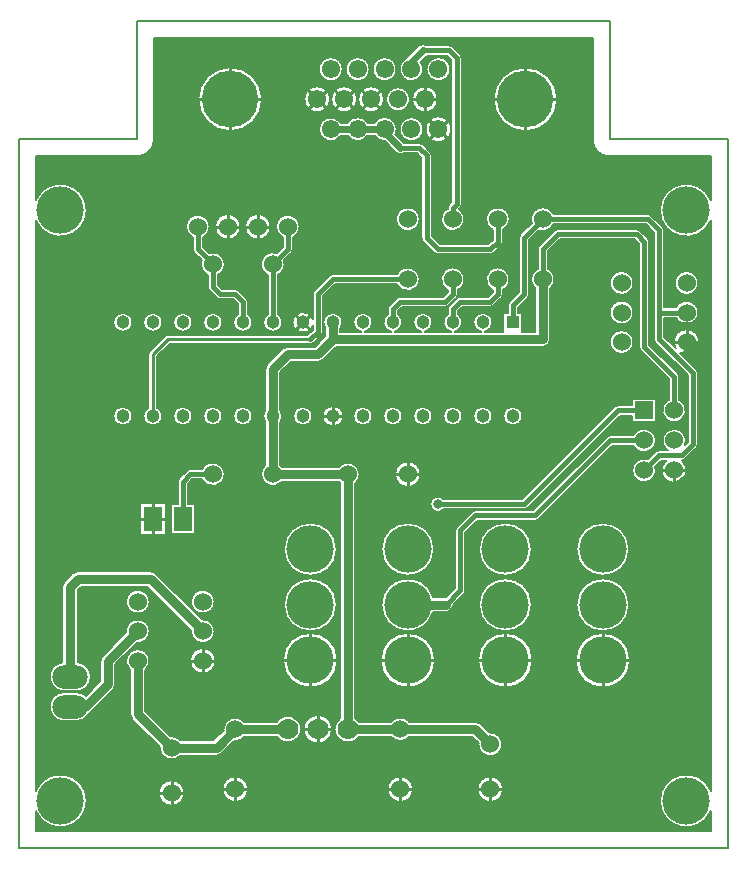
<source format=gbr>
G04 EasyPC Gerber Version 21.0.3 Build 4286 *
G04 #@! TF.Part,Single*
G04 #@! TF.FileFunction,Copper,L1,Top *
G04 #@! TF.FilePolarity,Positive *
%FSLAX35Y35*%
%MOIN*%
G04 #@! TA.AperFunction,ComponentPad*
%ADD90R,0.06000X0.08000*%
%ADD88R,0.04461X0.04461*%
%ADD110R,0.06000X0.06000*%
G04 #@! TD.AperFunction*
%ADD10C,0.00500*%
%ADD24C,0.00800*%
%ADD11C,0.01000*%
%ADD26C,0.01500*%
%ADD96C,0.02362*%
%ADD111C,0.03100*%
%ADD95C,0.03150*%
G04 #@! TA.AperFunction,ViaPad*
%ADD23C,0.03200*%
G04 #@! TA.AperFunction,ComponentPad*
%ADD89C,0.04461*%
%ADD14C,0.06000*%
%ADD86C,0.06102*%
%ADD92C,0.07000*%
G04 #@! TA.AperFunction,WasherPad*
%ADD85C,0.15748*%
G04 #@! TA.AperFunction,ComponentPad*
%ADD87C,0.18898*%
%ADD91O,0.11811X0.07874*%
X0Y0D02*
D02*
D10*
X230970Y230970D02*
X197250D01*
G75*
G02X191600Y236620J5650*
G01*
Y270341*
X45420*
Y236620*
G75*
G02X39770Y230970I-5650*
G01*
X6050*
Y216430*
G75*
G02X23004Y212998I8130J-3431*
G01*
G75*
G02X6050Y209567I-8824*
G01*
Y19580*
G75*
G02X23004Y16148I8130J-3431*
G01*
G75*
G02X6050Y12717I-8824*
G01*
Y6050*
X230970*
Y12717*
G75*
G02X214017Y16148I-8130J3431*
G01*
G75*
G02X230970Y19580I8824*
G01*
Y209567*
G75*
G02X214017Y212998I-8130J3431*
G01*
G75*
G02X230970Y216430I8824*
G01*
Y230970*
X51826Y175632D02*
G75*
G02X58187I3180D01*
G01*
G75*
G02X51826I-3180*
G01*
X76706Y178320D02*
G75*
G02X78187Y175632I-1700J-2688D01*
G01*
G75*
G02X71826I-3180*
G01*
G75*
G02X73306Y178320I3180*
G01*
Y181802*
X71802Y183306*
X67509*
G75*
G02X66304Y183804I-2J1700*
G01*
X63804Y186304*
G75*
G02X63306Y187506I1202J1202*
G01*
Y191441*
G75*
G02X61283Y196325I1700J3565*
G01*
X58804Y198804*
G75*
G02X58306Y200006I1202J1202*
G01*
Y203941*
G75*
G02X56056Y207506I1700J3565*
G01*
G75*
G02X63956I3950*
G01*
G75*
G02X61706Y203941I-3950*
G01*
Y200711*
X63687Y198730*
G75*
G02X66706Y191441I1319J-3723*
G01*
Y188211*
X68211Y186706*
X72504*
G75*
G02X73708Y186208I2J-1700*
G01*
X76208Y183708*
G75*
G02X76706Y182506I-1202J-1202*
G01*
Y178320*
X61826Y175632D02*
G75*
G02X68187I3180D01*
G01*
G75*
G02X61826I-3180*
G01*
X70794Y260705D02*
G75*
G02X81493Y250006J-10699D01*
G01*
G75*
G02X70794Y239307I-10699*
G01*
G75*
G02X60095Y250006J10699*
G01*
G75*
G02X70794Y260705I10699*
G01*
X75756Y207506D02*
G75*
G02X84256I4250D01*
G01*
G75*
G02X75756I-4250*
G01*
X86056D02*
G75*
G02X93956I3950D01*
G01*
G75*
G02X91706Y203941I-3950*
G01*
Y200006*
G75*
G02X91208Y198804I-1700J0*
G01*
X88730Y196325*
G75*
G02X86706Y191441I-3723J-1319*
G01*
Y178320*
G75*
G02X88187Y175632I-1700J-2688*
G01*
G75*
G02X81826I-3180*
G01*
G75*
G02X83306Y178320I3180*
G01*
Y191441*
G75*
G02X86325Y198730I1700J3565*
G01*
X88306Y200711*
Y203941*
G75*
G02X86056Y207506I1700J3565*
G01*
X126441Y191706D02*
G75*
G02X133956Y190006I3565J-1700D01*
G01*
G75*
G02X126441Y188306I-3950*
G01*
X105711*
X101706Y184302*
Y172506*
G75*
G02X101208Y171304I-1700J0*
G01*
X98708Y168804*
G75*
G02X96619Y168556I-1202J1202*
G01*
X50607*
X46456Y164406*
Y147211*
G75*
G02X48187Y144380I-1450J-2831*
G01*
G75*
G02X41826I-3180*
G01*
G75*
G02X43556Y147211I3180*
G01*
Y165006*
G75*
G02X43983Y166033I1450*
G01*
X48979Y171030*
G75*
G02X50006Y171456I1027J-1024*
G01*
X96552*
X98306Y173211*
Y174527*
G75*
G02X91526Y175632I-3300J1106*
G01*
G75*
G02X98306Y176738I3480*
G01*
Y185006*
G75*
G02X98804Y186208I1700J0*
G01*
X103804Y191208*
G75*
G02X105009Y191706I1202J-1202*
G01*
X126441*
X218660Y169071D02*
G75*
G02X227160I4250D01*
G01*
G75*
G02X220764Y165403I-4250J0*
G01*
X226208Y159958*
G75*
G02X226706Y158756I-1202J-1202*
G01*
Y135006*
G75*
G02X226208Y133804I-1700J0*
G01*
X222458Y130054*
G75*
G02X221424Y129565I-1202J1202*
G01*
G75*
G02X218756Y122006I-2668J-3308*
G01*
G75*
G02X216078Y129556J4250*
G01*
X214461*
X212480Y127575*
G75*
G02X208756Y122306I-3723J-1319*
G01*
G75*
G02Y130206J3950*
G01*
G75*
G02X210075Y129980J-3950*
G01*
X212554Y132458*
G75*
G02X213759Y132956I1202J-1202*
G01*
X216585*
G75*
G02X218756Y140206I2171J3300*
G01*
G75*
G02X222448Y134853I0J-3950*
G01*
X223306Y135711*
Y158052*
X212554Y168804*
G75*
G02X212056Y170006I1202J1202*
G01*
Y205552*
X209302Y208306*
X178572*
G75*
G02X173687Y206283I-3565J1700*
G01*
X170456Y203052*
Y185006*
G75*
G02X169958Y183804I-1700J0*
G01*
X166706Y180552*
Y178813*
X168187*
Y172531*
X172481*
Y186969*
G75*
G02X173306Y193572I2525J3038*
G01*
Y200006*
G75*
G02X173804Y201208I1700J0*
G01*
X178804Y206208*
G75*
G02X180009Y206706I1202J-1202*
G01*
X206254*
G75*
G02X207458Y206208I2J-1700*
G01*
X209958Y203708*
G75*
G02X210456Y202506I-1202J-1202*
G01*
Y168211*
X219958Y158708*
G75*
G02X220456Y157506I-1202J-1202*
G01*
Y149822*
G75*
G02X218756Y142306I-1700J-3565*
G01*
G75*
G02X217056Y149822J3950*
G01*
Y156802*
X207554Y166304*
G75*
G02X207056Y167506I1202J1202*
G01*
Y201802*
X205552Y203306*
X180711*
X176706Y199302*
Y193572*
G75*
G02X177531Y186969I-1700J-3565*
G01*
Y170006*
G75*
G02X175006Y167481I-2525*
G01*
X106052*
X101792Y163221*
G75*
G02X100003Y162481I-1785J1786*
G01*
X91052*
X87531Y158961*
Y146314*
G75*
G02Y142446I-2525J-1934*
G01*
Y128044*
G75*
G02X88044Y127531I-2525J-3038*
G01*
X106969*
G75*
G02X113956Y125006I3038J-2525*
G01*
G75*
G02X112506Y121948I-3950*
G01*
Y43688*
G75*
G02X113671Y42531I-2500J-3682*
G01*
X124469*
G75*
G02X130565Y42506I3038J-2525*
G01*
X152504*
G75*
G02X154274Y41774I2J-2500*
G01*
X157111Y38937*
G75*
G02X161456Y35006I395J-3930*
G01*
G75*
G02X153556I-3950*
G01*
G75*
G02X153576Y35401I3952J1*
G01*
X151471Y37506*
X130565*
G75*
G02X124469Y37481I-3058J2500*
G01*
X113671*
G75*
G02X105556Y40006I-3665J2525*
G01*
G75*
G02X107506Y43688I4450*
G01*
Y121948*
G75*
G02X106969Y122481I2500J3059*
G01*
X88044*
G75*
G02X81056Y125006I-3038J2525*
G01*
G75*
G02X82481Y128044I3950*
G01*
Y142446*
G75*
G02Y146314I2525J1934*
G01*
Y160003*
G75*
G02Y160006I806J2*
G01*
G75*
G02X83221Y161792I2525J1*
G01*
X88221Y166792*
G75*
G02X90010Y167531I1785J-1786*
G01*
X98961*
X102481Y171052*
Y173698*
G75*
G02X101826Y175632I2525J1934*
G01*
G75*
G02X108187I3180*
G01*
G75*
G02X107531Y173698I-3180*
G01*
Y172531*
X114301*
G75*
G02X111826Y175632I705J3101*
G01*
G75*
G02X118187I3180*
G01*
G75*
G02X115711Y172531I-3180*
G01*
X124301*
G75*
G02X123306Y178320I705J3101*
G01*
Y180006*
G75*
G02X123804Y181208I1700J0*
G01*
X126304Y183708*
G75*
G02X127509Y184206I1202J-1202*
G01*
X141802*
X143306Y185711*
Y186441*
G75*
G02X145006Y193956I1700J3565*
G01*
G75*
G02X146706Y186441J-3950*
G01*
Y185006*
G75*
G02X146208Y183804I-1700J0*
G01*
X143708Y181304*
G75*
G02X142504Y180806I-1202J1202*
G01*
X128211*
X126706Y179302*
Y178320*
G75*
G02X125711Y172531I-1700J-2688*
G01*
X134301*
G75*
G02X131826Y175632I705J3101*
G01*
G75*
G02X138187I3180*
G01*
G75*
G02X135711Y172531I-3180*
G01*
X144301*
G75*
G02X143306Y178320I705J3101*
G01*
Y180006*
G75*
G02X143804Y181208I1700J0*
G01*
X146304Y183708*
G75*
G02X147509Y184206I1202J-1202*
G01*
X156802*
X158306Y185711*
Y186441*
G75*
G02X160006Y193956I1700J3565*
G01*
G75*
G02X161706Y186441J-3950*
G01*
Y185006*
G75*
G02X161208Y183804I-1700J0*
G01*
X158708Y181304*
G75*
G02X157504Y180806I-1202J1202*
G01*
X148211*
X146706Y179302*
Y178320*
G75*
G02X145711Y172531I-1700J-2688*
G01*
X154301*
G75*
G02X151826Y175632I705J3101*
G01*
G75*
G02X158187I3180*
G01*
G75*
G02X155711Y172531I-3180*
G01*
X161825*
Y178813*
X163306*
Y181256*
G75*
G02X163804Y182458I1700J0*
G01*
X167056Y185711*
Y203756*
G75*
G02X167554Y204958I1700J0*
G01*
X171283Y208687*
G75*
G02X178572Y211706I3723J1319*
G01*
X210004*
G75*
G02X211208Y211208I2J-1700*
G01*
X214958Y207458*
G75*
G02X215456Y206256I-1202J-1202*
G01*
Y180614*
X219344*
G75*
G02X226860Y178914I3565J-1700*
G01*
G75*
G02X219344Y177214I-3950*
G01*
X215456*
Y170711*
X219241Y166925*
G75*
G02X218660Y169071I3669J2146*
G01*
X197306D02*
G75*
G02X205206I3950D01*
G01*
G75*
G02X197306I-3950*
G01*
Y178914D02*
G75*
G02X205206I3950D01*
G01*
G75*
G02X197306I-3950*
G01*
Y188756D02*
G75*
G02X205206I3950D01*
G01*
G75*
G02X197306I-3950*
G01*
X111826Y144380D02*
G75*
G02X118187I3180D01*
G01*
G75*
G02X111826I-3180*
G01*
X120882Y62998D02*
G75*
G02X139130I9124D01*
G01*
G75*
G02X120882I-9124*
G01*
X205191Y137956D02*
G75*
G02X212706Y136256I3565J-1700D01*
G01*
G75*
G02X205191Y134556I-3950*
G01*
X198211*
X173708Y110054*
G75*
G02X172504Y109556I-1202J1202*
G01*
X153211*
X149206Y105552*
Y86256*
G75*
G02X148708Y85054I-1700J0*
G01*
X145251Y81596*
G75*
G02X145252Y81502I-2500J-89*
G01*
G75*
G02X142752Y79002I-2500*
G01*
X138469*
G75*
G02X121182Y81502I-8463J2500*
G01*
G75*
G02X138469Y84002I8824J0*
G01*
X142752*
G75*
G02X142846Y84001I5J-2501*
G01*
X145806Y86961*
Y106256*
G75*
G02X146304Y107458I1700J0*
G01*
X151304Y112458*
G75*
G02X152509Y112956I1202J-1202*
G01*
X171802*
X196304Y137458*
G75*
G02X197509Y137956I1202J-1202*
G01*
X205191*
X185882Y62998D02*
G75*
G02X204130I9124D01*
G01*
G75*
G02X185882I-9124*
G01*
X186182Y81502D02*
G75*
G02X203830I8824D01*
G01*
G75*
G02X186182I-8824*
G01*
Y100006D02*
G75*
G02X203830I8824D01*
G01*
G75*
G02X186182I-8824*
G01*
X153382Y62998D02*
G75*
G02X171630I9124D01*
G01*
G75*
G02X153382I-9124*
G01*
X153682Y81502D02*
G75*
G02X171330I8824D01*
G01*
G75*
G02X153682I-8824*
G01*
Y100006D02*
G75*
G02X171330I8824D01*
G01*
G75*
G02X153682I-8824*
G01*
X121182D02*
G75*
G02X138830I8824D01*
G01*
G75*
G02X121182I-8824*
G01*
X121826Y144380D02*
G75*
G02X128187I3180D01*
G01*
G75*
G02X121826I-3180*
G01*
X125756Y125006D02*
G75*
G02X134256I4250D01*
G01*
G75*
G02X125756I-4250*
G01*
X131826Y144380D02*
G75*
G02X138187I3180D01*
G01*
G75*
G02X131826I-3180*
G01*
X204806Y150207D02*
X212707D01*
Y142306*
X204806*
Y144556*
X200711*
X169958Y113804*
G75*
G02X168754Y113306I-1202J1202*
G01*
X141907*
G75*
G02X137456Y115006I-1901J1700*
G01*
G75*
G02X141907Y116706I2550*
G01*
X168052*
X198804Y147458*
G75*
G02X200009Y147956I1202J-1202*
G01*
X204806*
Y150207*
X141826Y144380D02*
G75*
G02X148187I3180D01*
G01*
G75*
G02X141826I-3180*
G01*
X151826D02*
G75*
G02X158187I3180D01*
G01*
G75*
G02X151826I-3180*
G01*
X161826D02*
G75*
G02X168187I3180D01*
G01*
G75*
G02X161826I-3180*
G01*
X101526D02*
G75*
G02X108487I3480D01*
G01*
G75*
G02X101526I-3480*
G01*
X91826D02*
G75*
G02X98187I3180D01*
G01*
G75*
G02X91826I-3180*
G01*
X153256Y20006D02*
G75*
G02X161756I4250D01*
G01*
G75*
G02X153256I-4250*
G01*
X123256D02*
G75*
G02X131756I4250D01*
G01*
G75*
G02X123256I-4250*
G01*
X88382Y62998D02*
G75*
G02X106630I9124D01*
G01*
G75*
G02X88382I-9124*
G01*
X95256Y40006D02*
G75*
G02X104756I4750D01*
G01*
G75*
G02X95256I-4750*
G01*
X88682Y81502D02*
G75*
G02X106330I8824D01*
G01*
G75*
G02X88682I-8824*
G01*
Y100006D02*
G75*
G02X106330I8824D01*
G01*
G75*
G02X88682I-8824*
G01*
X61441Y126706D02*
G75*
G02X68956Y125006I3565J-1700D01*
G01*
G75*
G02X61441Y123306I-3950*
G01*
X58211*
X56706Y121802*
Y114955*
X58955*
Y105057*
X51057*
Y114955*
X53306*
Y122506*
G75*
G02X53804Y123708I1700J0*
G01*
X56304Y126208*
G75*
G02X57509Y126706I1202J-1202*
G01*
X61441*
X86342Y42531D02*
G75*
G02X94456Y40006I3665J-2525D01*
G01*
G75*
G02X86342Y37481I-4450J0*
G01*
X75544*
G75*
G02X72506Y36056I-3038J2525*
G01*
G75*
G02X72144Y36073I-2J3949*
G01*
X68042Y31971*
G75*
G02X66253Y31231I-1785J1786*
G01*
X54294*
G75*
G02X47306Y33756I-3038J2525*
G01*
G75*
G02X47323Y34119I3949J2*
G01*
X38221Y43221*
G75*
G02X37481Y45006I1785J1785*
G01*
G75*
G02Y45007I694J0*
G01*
G75*
G02Y45010I806J2*
G01*
Y59783*
G75*
G02X40006Y66771I2525J3038*
G01*
G75*
G02X42531Y59783J-3950*
G01*
Y46052*
X50894Y37690*
G75*
G02X54294Y36281I363J-3933*
G01*
X65211*
X68573Y39644*
G75*
G02X68556Y40006I3933J361*
G01*
G75*
G02X75544Y42531I3950*
G01*
X86342*
X68256Y20006D02*
G75*
G02X76756I4250D01*
G01*
G75*
G02X68256I-4250*
G01*
X47006Y18756D02*
G75*
G02X55506I4250D01*
G01*
G75*
G02X47006I-4250*
G01*
X57710Y82506D02*
G75*
G02X65610I3950D01*
G01*
G75*
G02X57710I-3950*
G01*
X51826Y144380D02*
G75*
G02X58187I3180D01*
G01*
G75*
G02X51826I-3180*
G01*
X61826D02*
G75*
G02X68187I3180D01*
G01*
G75*
G02X61826I-3180*
G01*
X71826D02*
G75*
G02X78187I3180D01*
G01*
G75*
G02X71826I-3180*
G01*
X65756Y207506D02*
G75*
G02X74256I4250D01*
G01*
G75*
G02X65756I-4250*
G01*
X95508Y250006D02*
G75*
G02X104111I4301D01*
G01*
G75*
G02X95508I-4301*
G01*
X156056Y210006D02*
G75*
G02X163956I3950D01*
G01*
G75*
G02X161706Y206441I-3950*
G01*
Y202506*
G75*
G02X161208Y201304I-1700J0*
G01*
X158708Y198804*
G75*
G02X157504Y198306I-1202J1202*
G01*
X140009*
G75*
G02X138804Y198804I-2J1700*
G01*
X135054Y202554*
G75*
G02X134556Y203756I1202J1202*
G01*
Y230552*
X133052Y232056*
X128791*
G75*
G02X125999Y232249I-1285J1700*
G01*
X122244Y236005*
G75*
G02X118864Y237875I7J4002*
G01*
X116661*
G75*
G02X109887I-3387J2131*
G01*
X107684*
G75*
G02X100296Y240006I-3387J2131*
G01*
G75*
G02X107684Y242137I4001J0*
G01*
X109887*
G75*
G02X116661I3387J-2131*
G01*
X118864*
G75*
G02X125903Y238373I3387J-2131*
G01*
X128820Y235456*
X133754*
G75*
G02X134958Y234958I2J-1700*
G01*
X137458Y232458*
G75*
G02X137956Y231256I-1202J-1202*
G01*
Y204461*
X140711Y201706*
X156802*
X158306Y203211*
Y206441*
G75*
G02X156056Y210006I1700J3565*
G01*
X126056D02*
G75*
G02X133956I3950D01*
G01*
G75*
G02X126056I-3950*
G01*
X104298Y264007D02*
G75*
G02Y256005J-4001D01*
G01*
G75*
G02X100296Y260006J4001*
G01*
G75*
G02X104298Y264007I4001*
G01*
X104485Y250006D02*
G75*
G02X113087I4301D01*
G01*
G75*
G02X104485I-4301*
G01*
X113274Y264007D02*
G75*
G02Y256005J-4001D01*
G01*
G75*
G02X109273Y260006J4001*
G01*
G75*
G02X113274Y264007I4001*
G01*
X113461Y250006D02*
G75*
G02X122063I4301D01*
G01*
G75*
G02X113461I-4301*
G01*
X122250Y264007D02*
G75*
G02Y256005J-4001D01*
G01*
G75*
G02X118249Y260006J4001*
G01*
G75*
G02X122250Y264007I4001*
G01*
X126739Y254007D02*
G75*
G02X130740Y250006J-4001D01*
G01*
G75*
G02X126739Y246005I-4001*
G01*
G75*
G02X122737Y250006J4001*
G01*
G75*
G02X126739Y254007I4001*
G01*
X131227Y244007D02*
G75*
G02X135228Y240006J-4001D01*
G01*
G75*
G02X131227Y236005I-4001*
G01*
G75*
G02X127226Y240006J4001*
G01*
G75*
G02X131227Y244007I4001*
G01*
X147044Y213390D02*
G75*
G02X145006Y206056I-2038J-3384D01*
G01*
G75*
G02X143306Y213572J3950*
G01*
Y213756*
G75*
G02X143804Y214958I1700J0*
G01*
X144556Y215711*
Y263022*
X143022Y264556*
X136320*
X134315Y262551*
G75*
G02X131227Y256005I-3088J-2544*
G01*
G75*
G02X129393Y263563J4001*
G01*
G75*
G02X129720Y263984I1834J-1085*
G01*
X133499Y267763*
G75*
G02X136291Y267956I1507J-1507*
G01*
X143724*
G75*
G02X144929Y267458I2J-1700*
G01*
X147458Y264929*
G75*
G02X147956Y263727I-1202J-1202*
G01*
Y215006*
G75*
G02X147458Y213804I-1700J0*
G01*
X147044Y213390*
X140203Y264007D02*
G75*
G02Y256005J-4001D01*
G01*
G75*
G02X136202Y260006J4001*
G01*
G75*
G02X140203Y264007I4001*
G01*
X131414Y250006D02*
G75*
G02X140016I4301D01*
G01*
G75*
G02X131414I-4301*
G01*
X135902Y240006D02*
G75*
G02X144504I4301D01*
G01*
G75*
G02X135902I-4301*
G01*
X169219Y260705D02*
G75*
G02X179918Y250006J-10699D01*
G01*
G75*
G02X169219Y239307I-10699*
G01*
G75*
G02X158520Y250006J10699*
G01*
G75*
G02X169219Y260705I10699*
G01*
X40756Y115256D02*
X49256D01*
Y104756*
X40756*
Y115256*
X41826Y175632D02*
G75*
G02X48187I3180D01*
G01*
G75*
G02X41826I-3180*
G01*
X31826Y144380D02*
G75*
G02X38187I3180D01*
G01*
G75*
G02X31826I-3180*
G01*
Y175632D02*
G75*
G02X38187I3180D01*
G01*
G75*
G02X31826I-3180*
G01*
X36056Y72664D02*
G75*
G02X43956I3950D01*
G01*
G75*
G02X40006Y68714I-3950*
G01*
G75*
G02X39611Y68733I-1J3952*
G01*
X32506Y61628*
Y55006*
G75*
G02X31774Y53239I-2500*
G01*
X24274Y45739*
G75*
G02X23897Y45429I-1769J1768*
G01*
G75*
G02X19475Y42620I-4422J2078*
G01*
X15538*
G75*
G02Y52392J4886*
G01*
X19475*
G75*
G02X22669Y51204J-4886*
G01*
X27506Y56042*
Y62664*
G75*
G02X28239Y64431I2500*
G01*
X36076Y72269*
G75*
G02X36056Y72664I3933J394*
G01*
X61660Y76614D02*
G75*
G02Y68714J-3950D01*
G01*
G75*
G02X57710Y72664J3950*
G01*
G75*
G02X57715Y72859I3950J2*
G01*
X43170Y87349*
X21107*
X20164Y86406*
Y62343*
G75*
G02X19475Y52620I-689J-4837*
G01*
X15538*
G75*
G02X14849Y62343J4886*
G01*
Y87506*
G75*
G02X15628Y89387I2658*
G01*
X18126Y91884*
G75*
G02X20006Y92664I1880J-1878*
G01*
X44269*
G75*
G02X46146Y91887J-2657*
G01*
X61481Y76610*
G75*
G02X61660Y76614I176J-3945*
G01*
X57410Y62821D02*
G75*
G02X65910I4250D01*
G01*
G75*
G02X57410I-4250*
G01*
X36056Y82506D02*
G75*
G02X43956I3950D01*
G01*
G75*
G02X36056I-3950*
G01*
X218960Y188756D02*
G75*
G02X226860I3950D01*
G01*
G75*
G02X218960I-3950*
G01*
X214905Y20006D02*
G36*
X161756D01*
G75*
G02X153256I-4250*
G01*
X131756*
G75*
G02X123256I-4250*
G01*
X76756*
G75*
G02X68256I-4250*
G01*
X55319*
G75*
G02X55506Y18756I-4062J-1249*
G01*
G75*
G02X47006I-4250*
G01*
G75*
G02X47194Y20006I4250J1*
G01*
X22115*
G75*
G02X23004Y16148I-7936J-3858*
G01*
G75*
G02X6300Y12176I-8824*
G01*
Y6300*
X230720*
Y12176*
G75*
G02X214017Y16148I-7880J3972*
G01*
G75*
G02X214905Y20006I8824*
G01*
G37*
X68556Y40006D02*
G36*
X48577D01*
X50894Y37690*
G75*
G02X54294Y36281I362J-3934*
G01*
X65211*
X68573Y39644*
G75*
G02X68556Y39998I3786J354*
G01*
G75*
G02Y40006I3790J4*
G01*
G37*
X230720Y20120D02*
G36*
Y40006D01*
X156042*
X157111Y38937*
G75*
G02X161456Y35006I395J-3930*
G01*
G75*
G02X153556I-3950*
G01*
G75*
G02Y35014I3759J4*
G01*
G75*
G02X153576Y35401I3820*
G01*
X151471Y37506*
X130565*
G75*
G02X124469Y37481I-3058J2500*
G01*
X113671*
G75*
G02X105556Y40006I-3665J2525*
G01*
X104756*
G75*
G02X95256I-4750*
G01*
X94456*
G75*
G02X86342Y37481I-4450J0*
G01*
X75544*
G75*
G02X72506Y36056I-3037J2524*
G01*
G75*
G02X72144Y36073I-8J3801*
G01*
X68042Y31971*
G75*
G02X66253Y31231I-1785J1785*
G01*
X54294*
G75*
G02X47306Y33756I-3038J2525*
G01*
G75*
G02Y33765I3790J4*
G01*
G75*
G02X47323Y34119I3802*
G01*
X41435Y40006*
X6300*
Y20120*
G75*
G02X22115Y20006I7880J-3972*
G01*
X47194*
G75*
G02X55319I4062J-1250*
G01*
X68256*
G75*
G02X76756I4250*
G01*
X123256*
G75*
G02X131756I4250*
G01*
X153256*
G75*
G02X161756I4250*
G01*
X214905*
G75*
G02X230720Y20120I7936J-3858*
G01*
G37*
X41435Y40006D02*
G36*
X38221Y43221D01*
G75*
G02X37481Y45006I1786J1785*
G01*
Y45007*
Y45010*
Y59783*
G75*
G02X36056Y62821I2525J3038*
G01*
G75*
G02X36060Y62998I3950J1*
G01*
X33876*
X32506Y61628*
Y55006*
G75*
G02X31774Y53239I-2498J-1*
G01*
X24274Y45739*
G75*
G02X23897Y45429I-1774J1775*
G01*
G75*
G02X19475Y42620I-4422J2077*
G01*
X15538*
G75*
G02X10652Y47506J4886*
G01*
G75*
G02X15538Y52392I4886*
G01*
X19475*
G75*
G02X22669Y51204J-4886*
G01*
X27506Y56042*
Y62664*
G75*
G02Y62665I2820J0*
G01*
G75*
G02X27529Y62998I2498J0*
G01*
X20164*
Y62343*
G75*
G02X24361Y57506I-689J-4837*
G01*
G75*
G02X19475Y52620I-4886*
G01*
X15538*
G75*
G02X10652Y57506J4886*
G01*
G75*
G02X14849Y62343I4886*
G01*
Y62998*
X6300*
Y40006*
X41435*
G37*
X105556D02*
G36*
G75*
G02X107506Y43688I4451J0D01*
G01*
Y62998*
X106630*
G75*
G02X88382I-9124*
G01*
X65906*
G75*
G02X65910Y62821I-4246J-174*
G01*
G75*
G02X57410I-4250*
G01*
G75*
G02X57413Y62998I4250J4*
G01*
X43952*
G75*
G02X43956Y62821I-3946J-176*
G01*
G75*
G02X42531Y59783I-3950*
G01*
Y46052*
X48577Y40006*
X68556*
G75*
G02X75544Y42531I3950*
G01*
X86342*
G75*
G02X94456Y40006I3665J-2525*
G01*
X95256*
G75*
G02X104756I4750*
G01*
X105556*
G37*
X156042D02*
G36*
X230720D01*
Y62998*
X204130*
G75*
G02X185882I-9124*
G01*
X171630*
G75*
G02X153382I-9124*
G01*
X139130*
G75*
G02X120882I-9124*
G01*
X112506*
Y43688*
G75*
G02X113671Y42531I-2491J-3672*
G01*
X124469*
G75*
G02X130565Y42506I3038J-2525*
G01*
X152504*
G75*
G02X154274Y41774I3J-2499*
G01*
X156042Y40006*
G37*
X14849Y81502D02*
G36*
X6300D01*
Y62998*
X14849*
Y81502*
G37*
X107506D02*
G36*
X106330D01*
G75*
G02X88682I-8824*
G01*
X65480*
G75*
G02X57839I-3820J1004*
G01*
X56570*
X61481Y76610*
G75*
G02X61660Y76614I164J-3383*
G01*
G75*
G02X65610Y72664J-3950*
G01*
G75*
G02X61660Y68714I-3950*
G01*
G75*
G02X57710Y72664J3950*
G01*
G75*
G02X57715Y72859I4041*
G01*
X49039Y81502*
X43827*
G75*
G02X36186I-3820J1004*
G01*
X20164*
Y62998*
X27529*
G75*
G02X28239Y64431I2476J-334*
G01*
X36076Y72269*
G75*
G02X36056Y72656I3800J387*
G01*
G75*
G02Y72664I3759J4*
G01*
G75*
G02X43956I3950*
G01*
G75*
G02X40006Y68714I-3950*
G01*
G75*
G02X39611Y68733I-7J3818*
G01*
X33876Y62998*
X36060*
G75*
G02X40006Y66771I3946J-177*
G01*
G75*
G02X43952Y62998J-3950*
G01*
X57413*
G75*
G02X65906I4246J-177*
G01*
X88382*
G75*
G02X106630I9124*
G01*
X107506*
Y81502*
G37*
X145252D02*
G36*
G75*
G02X142752Y79002I-2500D01*
G01*
X138469*
G75*
G02X121182Y81502I-8463J2500*
G01*
X112506*
Y62998*
X120882*
G75*
G02X139130I9124*
G01*
X153382*
G75*
G02X171630I9124*
G01*
X185882*
G75*
G02X204130I9124*
G01*
X230720*
Y81502*
X203830*
G75*
G02X186182I-8824*
G01*
X171330*
G75*
G02X153682I-8824*
G01*
X145252*
G37*
X107506Y106442D02*
G36*
X103543D01*
G75*
G02X106330Y100006I-6037J-6436*
G01*
G75*
G02X88682I-8824*
G01*
G75*
G02X91469Y106442I8824*
G01*
X58955*
Y105057*
X51057*
Y106442*
X49256*
Y104756*
X40756*
Y106442*
X6300*
Y81502*
X14849*
Y87506*
G75*
G02X15628Y89387I2659J-1*
G01*
X18126Y91884*
G75*
G02X20006Y92664I1881J-1880*
G01*
X44269*
G75*
G02X46146Y91887I-1J-2660*
G01*
X56570Y81502*
X57839*
G75*
G02X57710Y82506I3820J1003*
G01*
G75*
G02X65610I3950*
G01*
G75*
G02X65480Y81502I-3950J-1*
G01*
X88682*
G75*
G02X106330I8824*
G01*
X107506*
Y106442*
G37*
X49039Y81502D02*
G36*
X43170Y87349D01*
X21107*
X20164Y86406*
Y81502*
X36186*
G75*
G02X36056Y82506I3820J1003*
G01*
G75*
G02X43956I3950*
G01*
G75*
G02X43827Y81502I-3950J-1*
G01*
X49039*
G37*
X145817Y106442D02*
G36*
X136043D01*
G75*
G02X138830Y100006I-6037J-6436*
G01*
G75*
G02X121182I-8824*
G01*
G75*
G02X123969Y106442I8824*
G01*
X112506*
Y81502*
X121182*
G75*
G02X138469Y84002I8824J0*
G01*
X142752*
G75*
G02X142846Y84001I0J-2789*
G01*
X145806Y86961*
Y106256*
G75*
G02X145817Y106442I1701J0*
G01*
G37*
X150096D02*
G36*
X149206Y105552D01*
Y86256*
G75*
G02X148708Y85054I-1701J1*
G01*
X145251Y81596*
G75*
G02X145252Y81503I-2788J-94*
G01*
Y81502*
X153682*
G75*
G02X171330I8824*
G01*
X186182*
G75*
G02X203830I8824*
G01*
X230720*
Y106442*
X201043*
G75*
G02X203830Y100006I-6037J-6436*
G01*
G75*
G02X186182I-8824*
G01*
G75*
G02X188969Y106442I8824*
G01*
X168543*
G75*
G02X171330Y100006I-6037J-6436*
G01*
G75*
G02X153682I-8824*
G01*
G75*
G02X156469Y106442I8824*
G01*
X150096*
G37*
X55102Y125006D02*
G36*
X6300D01*
Y106442*
X40756*
Y115256*
X49256*
Y106442*
X51057*
Y114955*
X53306*
Y122506*
G75*
G02X53804Y123708I1701J-1*
G01*
X55102Y125006*
G37*
X81056D02*
G36*
X68956D01*
Y125006*
G75*
G02X61441Y123306I-3950*
G01*
X58211*
X56706Y121802*
Y114955*
X58955*
Y106442*
X91469*
G75*
G02X103543I6037J-6436*
G01*
X107506*
Y121948*
G75*
G02X106969Y122481I2538J3096*
G01*
X88044*
G75*
G02X81056Y125006I-3038J2525*
G01*
G37*
X181160D02*
G36*
X169958Y113804D01*
G75*
G02X168754Y113306I-1202J1202*
G01*
X141907*
G75*
G02X137456Y115006I-1901J1700*
G01*
G75*
G02X141907Y116706I2550*
G01*
X168052*
X176352Y125006*
X134256*
G75*
G02X125756I-4250*
G01*
X113956*
Y125006*
G75*
G02X112506Y121948I-3950*
G01*
Y106442*
X123969*
G75*
G02X136043I6037J-6436*
G01*
X145817*
G75*
G02X146304Y107458I1691J-187*
G01*
X151304Y112458*
G75*
G02X152509Y112956I1202J-1202*
G01*
X171802*
X183852Y125006*
X181160*
G37*
X222818D02*
G36*
G75*
G02X218756Y122006I-4062J1250D01*
G01*
G75*
G02X214694Y125006J4250*
G01*
X212504*
G75*
G02X208756Y122306I-3747J1250*
G01*
G75*
G02X205009Y125006J3950*
G01*
X188661*
X173708Y110054*
G75*
G02X172504Y109556I-1202J1202*
G01*
X153211*
X150096Y106442*
X156469*
G75*
G02X168543I6037J-6436*
G01*
X188969*
G75*
G02X201043I6037J-6436*
G01*
X230720*
Y125006*
X222818*
G37*
X81056D02*
G36*
G75*
G02X82481Y128044I3951J0D01*
G01*
Y142446*
G75*
G02X81826Y144380I2525J1934*
G01*
X78187*
G75*
G02X71826I-3180*
G01*
X68187*
G75*
G02X61826I-3180*
G01*
X58187*
G75*
G02X51826I-3180*
G01*
X48187*
G75*
G02X41826I-3180*
G01*
X38187*
G75*
G02X31826I-3180*
G01*
X6300*
Y125006*
X55102*
X56304Y126208*
G75*
G02X57509Y126706I1202J-1202*
G01*
X61441*
G75*
G02X68956Y125007I3565J-1700*
G01*
Y125006*
X81056*
G37*
X195726Y144380D02*
G36*
X168187D01*
G75*
G02X161826I-3180*
G01*
X158187*
G75*
G02X151826I-3180*
G01*
X148187*
G75*
G02X141826I-3180*
G01*
X138187*
G75*
G02X131826I-3180*
G01*
X128187*
G75*
G02X121826I-3180*
G01*
X118187*
G75*
G02X111826I-3180*
G01*
X108487*
G75*
G02X101526I-3480*
G01*
X98187*
G75*
G02X91826I-3180*
G01*
X88187*
G75*
G02X87531Y142446I-3180*
G01*
Y128044*
G75*
G02X88044Y127531I-2523J-3036*
G01*
X106969*
G75*
G02X113956Y125006I3038J-2525*
G01*
X125756*
G75*
G02X134256I4250*
G01*
X176352*
X195726Y144380*
G37*
X223306D02*
G36*
X222233D01*
G75*
G02X218756Y142306I-3476J1876*
G01*
G75*
G02X215280Y144380I0J3950*
G01*
X212707*
Y142306*
X204806*
Y144380*
X200535*
X181160Y125006*
X183852*
X196304Y137458*
G75*
G02X197509Y137956I1202J-1202*
G01*
X205191*
G75*
G02X212706Y136257I3565J-1700*
G01*
Y136256*
Y136256*
G75*
G02X205191Y134556I-3950*
G01*
X198211*
X188661Y125006*
X205009*
G75*
G02X204806Y126256I3747J1250*
G01*
G75*
G02X208756Y130206I3950*
G01*
G75*
G02X210075Y129980I0J-3946*
G01*
X212554Y132458*
G75*
G02X213759Y132956I1202J-1202*
G01*
X216585*
G75*
G02X214806Y136256I2171J3300*
G01*
G75*
G02X218756Y140206I3950*
G01*
G75*
G02X222706Y136257J-3950*
G01*
G75*
G02X222448Y134853I-3950*
G01*
X223306Y135711*
Y144380*
G37*
X214694Y125006D02*
G36*
G75*
G02X214506Y126256I4063J1250D01*
G01*
G75*
G02X216078Y129556I4250*
G01*
X214461*
X212480Y127575*
G75*
G02X212706Y126256I-3724J-1319*
G01*
G75*
G02X212504Y125006I-3949J0*
G01*
X214694*
G37*
X226706Y144380D02*
G36*
Y135006D01*
G75*
G02X226208Y133804I-1701J1*
G01*
X222458Y130054*
G75*
G02X221424Y129565I-1202J1201*
G01*
G75*
G02X223006Y126256I-2668J-3308*
G01*
G75*
G02X222818Y125006I-4250J-1*
G01*
X230720*
Y144380*
X226706*
G37*
X47020Y169071D02*
G36*
X6300D01*
Y144380*
X31826*
G75*
G02X38187I3180*
G01*
X41826*
G75*
G02X43556Y147211I3181J-1*
G01*
Y165006*
G75*
G02Y165007I1961J0*
G01*
G75*
G02X43983Y166033I1449*
G01*
X47020Y169071*
G37*
X100501D02*
G36*
X98975D01*
X98708Y168804*
G75*
G02X96619Y168556I-1202J1202*
G01*
X50607*
X46456Y164406*
Y147211*
G75*
G02X48187Y144380I-1450J-2831*
G01*
X51826*
G75*
G02X58187I3180*
G01*
X61826*
G75*
G02X68187I3180*
G01*
X71826*
G75*
G02X78187I3180*
G01*
X81826*
G75*
G02X82481Y146314I3180*
G01*
Y160003*
Y160006*
Y160006*
G75*
G02X83221Y161792I2526*
G01*
X88221Y166792*
G75*
G02X90010Y167531I1785J-1785*
G01*
X98961*
X100501Y169071*
G37*
X215280Y144380D02*
G36*
G75*
G02X214806Y146256I3476J1876D01*
G01*
G75*
G02X217056Y149822I3950*
G01*
Y156802*
X207554Y166304*
G75*
G02X207056Y167506I1203J1203*
G01*
Y169071*
X205206*
G75*
G02X197306I-3950*
G01*
X177352*
G75*
G02X175006Y167481I-2345J935*
G01*
X106052*
X101792Y163221*
G75*
G02X100003Y162481I-1785J1785*
G01*
X91052*
X87531Y158961*
Y146314*
G75*
G02X88187Y144380I-2525J-1934*
G01*
X91826*
G75*
G02X98187I3180*
G01*
X101526*
G75*
G02X108487I3480*
G01*
X111826*
G75*
G02X118187I3180*
G01*
X121826*
G75*
G02X128187I3180*
G01*
X131826*
G75*
G02X138187I3180*
G01*
X141826*
G75*
G02X148187I3180*
G01*
X151826*
G75*
G02X158187I3180*
G01*
X161826*
G75*
G02X168187I3180*
G01*
X195726*
X198804Y147458*
G75*
G02X200009Y147956I1202J-1202*
G01*
X204806*
Y150207*
X212707*
Y144380*
X215280*
G37*
X204806D02*
G36*
Y144556D01*
X200711*
X200535Y144380*
X204806*
G37*
X223306D02*
G36*
Y158052D01*
X212554Y168804*
G75*
G02X212337Y169071I1203J1204*
G01*
X210456*
Y168211*
X219958Y158708*
G75*
G02X220456Y157506I-1203J-1203*
G01*
Y149822*
G75*
G02X222706Y146256I-1700J-3565*
G01*
G75*
G02X222233Y144380I-3950J0*
G01*
X223306*
G37*
X218660Y169071D02*
G36*
X217096D01*
X219241Y166925*
G75*
G02X218660Y169071I3671J2146*
G01*
G37*
X227160D02*
G36*
G75*
G02X220764Y165403I-4250D01*
G01*
X226208Y159958*
G75*
G02X226706Y158756I-1203J-1203*
G01*
Y144380*
X230720*
Y169071*
X227160*
G37*
X91526Y175632D02*
G36*
X88187D01*
G75*
G02X81826I-3180*
G01*
X78187*
G75*
G02X71826I-3180*
G01*
X68187*
G75*
G02X61826I-3180*
G01*
X58187*
G75*
G02X51826I-3180*
G01*
X48187*
G75*
G02X41826I-3180*
G01*
X38187*
G75*
G02X31826I-3180*
G01*
X6300*
Y169071*
X47020*
X48979Y171030*
G75*
G02X50006Y171456I1026J-1022*
G01*
X96552*
X98306Y173211*
Y174527*
G75*
G02X91526Y175632I-3300J1106*
G01*
G37*
X100501Y169071D02*
G36*
X102481Y171052D01*
Y173698*
G75*
G02X101826Y175632I2528J1935*
G01*
X101706*
Y172506*
G75*
G02X101208Y171304I-1701J1*
G01*
X98975Y169071*
X100501*
G37*
X111826Y175632D02*
G36*
X108187D01*
G75*
G02X107531Y173698I-3184J1*
G01*
Y172531*
X114301*
G75*
G02X111826Y175632I705J3101*
G01*
Y175632*
G37*
X121826D02*
G36*
X118187D01*
Y175632*
G75*
G02X115711Y172531I-3180*
G01*
X124301*
G75*
G02X121826Y175632I705J3101*
G01*
G37*
X131826D02*
G36*
X128187D01*
G75*
G02X125711Y172531I-3180*
G01*
X134301*
G75*
G02X131826Y175632I705J3101*
G01*
Y175632*
G37*
X141826D02*
G36*
X138187D01*
Y175632*
G75*
G02X135711Y172531I-3180*
G01*
X144301*
G75*
G02X141826Y175632I705J3101*
G01*
G37*
X151826D02*
G36*
X148187D01*
G75*
G02X145711Y172531I-3180*
G01*
X154301*
G75*
G02X151826Y175632I705J3101*
G01*
Y175632*
G37*
X161825D02*
G36*
X158187D01*
Y175632*
G75*
G02X155711Y172531I-3180*
G01*
X161825*
Y175632*
G37*
X172481D02*
G36*
X168187D01*
Y172531*
X172481*
Y175632*
G37*
X207056D02*
G36*
X203455D01*
G75*
G02X199057I-2199J3282*
G01*
X177531*
Y170006*
Y170006*
G75*
G02X177352Y169071I-2525J0*
G01*
X197306*
G75*
G02X205206I3950*
G01*
X207056*
Y175632*
G37*
X212337Y169071D02*
G36*
G75*
G02X212056Y170006I1421J935D01*
G01*
Y175632*
X210456*
Y169071*
X212337*
G37*
X225109Y175632D02*
G36*
G75*
G02X220711I-2199J3281D01*
G01*
X215456*
Y170711*
X217096Y169071*
X218660*
G75*
G02X227160I4250*
G01*
X230720*
Y175632*
X225109*
G37*
X71826D02*
G36*
Y175633D01*
G75*
G02X73306Y178320I3180*
G01*
Y181802*
X71802Y183306*
X67509*
G75*
G02X66304Y183804I-2J1700*
G01*
X63804Y186304*
G75*
G02X63306Y187506I1203J1203*
G01*
Y188756*
X6300*
Y175632*
X31826*
G75*
G02X38187I3180*
G01*
X41826*
G75*
G02X48187I3180*
G01*
X51826*
G75*
G02X58187I3180*
G01*
X61826*
G75*
G02X68187I3180*
G01*
X71826*
G37*
X101352Y188756D02*
G36*
X86706D01*
Y178320*
G75*
G02X88187Y175633I-1699J-2687*
G01*
Y175632*
X91526*
G75*
G02X98306Y176738I3480*
G01*
Y185006*
G75*
G02X98804Y186208I1701J-1*
G01*
X101352Y188756*
G37*
X81826Y175632D02*
G36*
Y175633D01*
G75*
G02X83306Y178320I3180*
G01*
Y188756*
X66706*
Y188211*
X68211Y186706*
X72504*
G75*
G02X73708Y186208I2J-1700*
G01*
X76208Y183708*
G75*
G02X76706Y182506I-1203J-1203*
G01*
Y178320*
G75*
G02X78187Y175633I-1699J-2687*
G01*
Y175632*
X81826*
G37*
X141259Y188756D02*
G36*
X133754D01*
G75*
G02X126441Y188306I-3747J1250*
G01*
X105711*
X101706Y184302*
Y175632*
X101826*
G75*
G02X108187I3180*
G01*
X111826*
G75*
G02X118187I3180*
G01*
X121826*
G75*
G02X123306Y178320I3180*
G01*
Y180006*
G75*
G02X123804Y181208I1701J-1*
G01*
X126304Y183708*
G75*
G02X127509Y184206I1202J-1202*
G01*
X141802*
X143306Y185711*
Y186441*
G75*
G02X141259Y188756I1700J3566*
G01*
G37*
X171259D02*
G36*
X170456D01*
Y185006*
G75*
G02X169958Y183804I-1701J1*
G01*
X166706Y180552*
Y178813*
X168187*
Y175632*
X172481*
Y186969*
G75*
G02X171259Y188756I2524J3038*
G01*
G37*
X156259D02*
G36*
X148754D01*
G75*
G02X146706Y186441I-3747J1250*
G01*
Y185006*
G75*
G02X146208Y183804I-1701J1*
G01*
X143708Y181304*
G75*
G02X142504Y180806I-1202J1202*
G01*
X128211*
X126706Y179302*
Y178320*
G75*
G02X128187Y175632I-1700J-2688*
G01*
X131826*
G75*
G02X138187I3180*
G01*
X141826*
G75*
G02X143306Y178320I3180*
G01*
Y180006*
G75*
G02X143804Y181208I1701J-1*
G01*
X146304Y183708*
G75*
G02X147509Y184206I1202J-1202*
G01*
X156802*
X158306Y185711*
Y186441*
G75*
G02X156259Y188756I1700J3566*
G01*
G37*
X167056D02*
G36*
X163754D01*
G75*
G02X161706Y186441I-3747J1250*
G01*
Y185006*
G75*
G02X161208Y183804I-1701J1*
G01*
X158708Y181304*
G75*
G02X157504Y180806I-1202J1202*
G01*
X148211*
X146706Y179302*
Y178320*
G75*
G02X148187Y175632I-1700J-2688*
G01*
X151826*
G75*
G02X158187I3180*
G01*
X161825*
Y178813*
X163306*
Y181256*
G75*
G02X163804Y182458I1701J-1*
G01*
X167056Y185711*
Y188756*
G37*
X207056D02*
G36*
X205206D01*
G75*
G02X197306I-3950*
G01*
X178754*
G75*
G02X177531Y186969I-3747J1250*
G01*
Y175632*
X199057*
G75*
G02X197306Y178914I2199J3281*
G01*
G75*
G02X205206I3950*
G01*
G75*
G02X203455Y175632I-3950*
G01*
X207056*
Y188756*
G37*
X212056D02*
G36*
X210456D01*
Y175632*
X212056*
Y188756*
G37*
X220711Y175632D02*
G36*
G75*
G02X219344Y177214I2199J3281D01*
G01*
X215456*
Y175632*
X220711*
G37*
X225109D02*
G36*
X230720D01*
Y188756*
X226860*
G75*
G02X218960I-3950*
G01*
X215456*
Y180614*
X219344*
G75*
G02X226860Y178914I3565J-1700*
G01*
Y178914*
Y178913*
G75*
G02X225109Y175632I-3950J0*
G01*
G37*
X63306Y188756D02*
G36*
Y191441D01*
G75*
G02X61056Y195006I1700J3565*
G01*
G75*
G02X61283Y196325I3950*
G01*
X58804Y198804*
G75*
G02X58306Y200006I1203J1203*
G01*
Y203941*
G75*
G02X56056Y207506I1700J3565*
G01*
X21086*
G75*
G02X7273I-6907J5492*
G01*
X6300*
Y188756*
X63306*
G37*
X86056Y207506D02*
G36*
X84256D01*
G75*
G02X75756I-4250*
G01*
X74256*
G75*
G02X65756I-4250*
G01*
X63956*
G75*
G02X61706Y203941I-3950*
G01*
Y200711*
X63687Y198730*
G75*
G02X68956Y195006I1319J-3723*
G01*
G75*
G02X66706Y191441I-3950*
G01*
Y188756*
X83306*
Y191441*
G75*
G02X81056Y195006I1700J3565*
G01*
G75*
G02X86325Y198730I3950*
G01*
X88306Y200711*
Y203941*
G75*
G02X86056Y207506I1700J3565*
G01*
G37*
X156948D02*
G36*
X148065D01*
G75*
G02X145006Y206056I-3058J2500*
G01*
G75*
G02X141948Y207506J3950*
G01*
X137956*
Y204461*
X140711Y201706*
X156802*
X158306Y203211*
Y206441*
G75*
G02X156948Y207506I1700J3566*
G01*
G37*
X170102D02*
G36*
X163065D01*
G75*
G02X161706Y206441I-3058J2500*
G01*
Y202506*
G75*
G02X161208Y201304I-1701J1*
G01*
X158708Y198804*
G75*
G02X157504Y198306I-1202J1202*
G01*
X140009*
G75*
G02X138804Y198804I-2J1700*
G01*
X135054Y202554*
G75*
G02X134556Y203756I1203J1203*
G01*
Y207506*
X133065*
G75*
G02X126948I-3058J2500*
G01*
X93956*
G75*
G02X91706Y203941I-3950*
G01*
Y200006*
G75*
G02X91208Y198804I-1701J1*
G01*
X88730Y196325*
G75*
G02X88956Y195006I-3724J-1319*
G01*
G75*
G02X86706Y191441I-3950J0*
G01*
Y188756*
X101352*
X103804Y191208*
G75*
G02X105009Y191706I1202J-1202*
G01*
X126441*
G75*
G02X133956Y190007I3565J-1700*
G01*
Y190006*
Y190006*
G75*
G02X133754Y188756I-3950J0*
G01*
X141259*
G75*
G02X141056Y190006I3747J1249*
G01*
G75*
G02X145006Y193956I3950*
G01*
G75*
G02X148956Y190006J-3950*
G01*
G75*
G02X148754Y188756I-3950J-1*
G01*
X156259*
G75*
G02X156056Y190006I3747J1249*
G01*
G75*
G02X160006Y193956I3950*
G01*
G75*
G02X163956Y190006J-3950*
G01*
G75*
G02X163754Y188756I-3950J-1*
G01*
X167056*
Y203756*
G75*
G02X167554Y204958I1701J-1*
G01*
X170102Y207506*
G37*
X207056Y188756D02*
G36*
Y201802D01*
X205552Y203306*
X180711*
X176706Y199302*
Y193572*
G75*
G02X178956Y190006I-1700J-3565*
G01*
G75*
G02X178754Y188756I-3950J-1*
G01*
X197306*
G75*
G02X205206I3950*
G01*
X207056*
G37*
X212056D02*
G36*
Y205552D01*
X210102Y207506*
X178065*
G75*
G02X173687Y206283I-3058J2500*
G01*
X170456Y203052*
Y188756*
X171259*
G75*
G02X171056Y190006I3747J1249*
G01*
G75*
G02X173306Y193572I3950*
G01*
Y200006*
G75*
G02X173804Y201208I1701J-1*
G01*
X178804Y206208*
G75*
G02X180009Y206706I1202J-1202*
G01*
X206254*
G75*
G02X207458Y206208I2J-1700*
G01*
X209958Y203708*
G75*
G02X210456Y202506I-1203J-1203*
G01*
Y188756*
X212056*
G37*
X215456D02*
G36*
X218960D01*
G75*
G02X226860I3950*
G01*
X230720*
Y207506*
X229748*
G75*
G02X215934I-6907J5492*
G01*
X214910*
X214958Y207458*
G75*
G02X215456Y206256I-1203J-1203*
G01*
Y188756*
G37*
X7273Y207506D02*
G36*
G75*
G02X6300Y209026I6907J5492D01*
G01*
Y207506*
X7273*
G37*
X134556D02*
G36*
Y230552D01*
X133052Y232056*
X128791*
G75*
G02X125999Y232249I-1285J1700*
G01*
X122244Y236005*
G75*
G02X118864Y237875I6J4000*
G01*
X116661*
G75*
G02X109887I-3387J2131*
G01*
X107684*
G75*
G02X100296Y240006I-3387J2131*
G01*
X74597*
G75*
G02X70794Y239307I-3803J9999*
G01*
G75*
G02X66990Y240006I0J10698*
G01*
X45420*
Y236620*
Y236620*
G75*
G02X39770Y230970I-5650*
G01*
X6300*
Y216970*
G75*
G02X23004Y212998I7880J-3972*
G01*
G75*
G02X21086Y207506I-8824*
G01*
X56056*
G75*
G02X63956I3950*
G01*
X65756*
G75*
G02X74256I4250*
G01*
X75756*
G75*
G02X84256I4250*
G01*
X86056*
G75*
G02X93956I3950*
G01*
X126948*
G75*
G02X126056Y210006I3058J2500*
G01*
G75*
G02X133956I3950*
G01*
G75*
G02X133065Y207506I-3950*
G01*
X134556*
G37*
X141948D02*
G36*
G75*
G02X141056Y210006I3058J2500D01*
G01*
G75*
G02X143306Y213572I3950*
G01*
Y213756*
G75*
G02X143804Y214958I1701J-1*
G01*
X144556Y215711*
Y240006*
X144504*
G75*
G02X135902I-4301*
G01*
X135228*
G75*
G02X131227Y236005I-4001*
G01*
G75*
G02X127226Y240006J4001*
G01*
X126252*
G75*
G02X125903Y238373I-4002*
G01*
X128820Y235456*
X133754*
G75*
G02X134958Y234958I2J-1700*
G01*
X137458Y232458*
G75*
G02X137956Y231256I-1203J-1203*
G01*
Y207506*
X141948*
G37*
X230720Y230970D02*
G36*
X197250D01*
G75*
G02X191600Y236620J5650*
G01*
Y236620*
Y240006*
X173022*
G75*
G02X169219Y239307I-3803J9999*
G01*
G75*
G02X165415Y240006I0J10698*
G01*
X147956*
Y215006*
G75*
G02X147458Y213804I-1701J1*
G01*
X147044Y213390*
G75*
G02X148956Y210006I-2038J-3384*
G01*
G75*
G02X148065Y207506I-3950*
G01*
X156948*
G75*
G02X156056Y210006I3058J2500*
G01*
G75*
G02X163956I3950*
G01*
G75*
G02X163065Y207506I-3950*
G01*
X170102*
X171283Y208687*
G75*
G02X171056Y210006I3724J1319*
G01*
G75*
G02X178572Y211706I3950*
G01*
X210004*
G75*
G02X211208Y211208I2J-1700*
G01*
X214910Y207506*
X215934*
G75*
G02X214017Y212998I6907J5492*
G01*
G75*
G02X230720Y216970I8824*
G01*
Y230970*
G37*
X210102Y207506D02*
G36*
X209302Y208306D01*
X178572*
G75*
G02X178065Y207506I-3565J1699*
G01*
X210102*
G37*
X230720Y209026D02*
G36*
G75*
G02X229748Y207506I-7880J3972D01*
G01*
X230720*
Y209026*
G37*
X60095Y250006D02*
G36*
X45420D01*
Y240006*
X66990*
G75*
G02X60095Y250006I3803J10000*
G01*
Y250006*
G37*
X144556D02*
G36*
X140016D01*
G75*
G02X131414I-4301*
G01*
X130740*
G75*
G02X126739Y246005I-4001*
G01*
G75*
G02X122737Y250006J4001*
G01*
X122063*
G75*
G02X113461I-4301*
G01*
X113087*
G75*
G02X104485I-4301*
G01*
X104111*
G75*
G02X95508I-4301*
G01*
X81493*
Y250006*
G75*
G02X74597Y240006I-10698*
G01*
X100296*
G75*
G02X107684Y242137I4002J0*
G01*
X109887*
G75*
G02X116661I3387J-2131*
G01*
X118864*
G75*
G02X126252Y240006I3387J-2131*
G01*
X127226*
G75*
G02X131227Y244007I4001*
G01*
G75*
G02X135228Y240006J-4001*
G01*
X135902*
G75*
G02X144504I4301*
G01*
X144556*
Y250006*
G37*
X158520D02*
G36*
X147956D01*
Y240006*
X165415*
G75*
G02X158520Y250006I3803J10000*
G01*
Y250006*
G37*
X191600D02*
G36*
X179918D01*
Y250006*
G75*
G02X173022Y240006I-10698*
G01*
X191600*
Y250006*
G37*
X60095D02*
G36*
Y250007D01*
G75*
G02X66990Y260006I10698*
G01*
X45420*
Y250006*
X60095*
G37*
X144556Y260006D02*
G36*
X144204D01*
G75*
G02X140203Y256005I-4001*
G01*
G75*
G02X136202Y260006J4001*
G01*
X135228*
G75*
G02X131227Y256005I-4001*
G01*
G75*
G02X127226Y260006J4001*
G01*
X126252*
G75*
G02X122250Y256005I-4001*
G01*
G75*
G02X118249Y260006J4001*
G01*
X117275*
G75*
G02X113274Y256005I-4001*
G01*
G75*
G02X109273Y260006J4001*
G01*
X108299*
G75*
G02X104298Y256005I-4001*
G01*
G75*
G02X100296Y260006J4001*
G01*
X74597*
G75*
G02X81493Y250007I-3803J-10000*
G01*
Y250006*
X95508*
G75*
G02X104111I4301*
G01*
X104485*
G75*
G02X113087I4301*
G01*
X113461*
G75*
G02X122063I4301*
G01*
X122737*
G75*
G02X126739Y254007I4001*
G01*
G75*
G02X130740Y250006J-4001*
G01*
X131414*
G75*
G02X140016I4301*
G01*
X144556*
Y260006*
G37*
X158520Y250006D02*
G36*
Y250007D01*
G75*
G02X165415Y260006I10698*
G01*
X147956*
Y250006*
X158520*
G37*
X191600Y260006D02*
G36*
X173022D01*
G75*
G02X179918Y250007I-3803J-10000*
G01*
Y250006*
X191600*
Y260006*
G37*
X144556D02*
G36*
Y263022D01*
X143022Y264556*
X136320*
X134315Y262551*
G75*
G02X135228Y260006I-3088J-2544*
G01*
X136202*
G75*
G02X140203Y264007I4001*
G01*
G75*
G02X144204Y260006J-4001*
G01*
X144556*
G37*
X191600Y270091D02*
G36*
X45420D01*
Y260006*
X66990*
G75*
G02X70794Y260705I3803J-9999*
G01*
G75*
G02X74597Y260006I0J-10698*
G01*
X100296*
G75*
G02X104298Y264007I4001*
G01*
G75*
G02X108299Y260006J-4001*
G01*
X109273*
G75*
G02X113274Y264007I4001*
G01*
G75*
G02X117275Y260006J-4001*
G01*
X118249*
G75*
G02X122250Y264007I4001*
G01*
G75*
G02X126252Y260006J-4001*
G01*
X127226*
G75*
G02X129393Y263563I4001*
G01*
G75*
G02X129720Y263984I1823J-1076*
G01*
X133499Y267763*
G75*
G02X136291Y267956I1507J-1507*
G01*
X143724*
G75*
G02X144929Y267458I2J-1700*
G01*
X147458Y264929*
G75*
G02X147956Y263727I-1203J-1203*
G01*
Y260006*
X165415*
G75*
G02X169219Y260705I3803J-9999*
G01*
G75*
G02X173022Y260006I0J-10698*
G01*
X191600*
Y270091*
G37*
D02*
D11*
X42506Y110006D02*
X40506D01*
X45006Y106506D02*
Y104506D01*
Y113506D02*
Y115506D01*
X47506Y110006D02*
X49506D01*
X48756Y18756D02*
X46756D01*
X51256Y16256D02*
Y14256D01*
Y21256D02*
Y23256D01*
X53756Y18756D02*
X55756D01*
X59160Y62821D02*
X57160D01*
X61660Y60321D02*
Y58321D01*
Y65321D02*
Y67321D01*
X61845Y250006D02*
X59845D01*
X64160Y62821D02*
X66160D01*
X67506Y207506D02*
X65506D01*
X70006Y20006D02*
X68006D01*
X70006Y205006D02*
Y203006D01*
Y210006D02*
Y212006D01*
X70794Y241057D02*
Y239057D01*
Y258955D02*
Y260955D01*
X72506Y17506D02*
Y15506D01*
Y22506D02*
Y24506D01*
Y207506D02*
X74506D01*
X75006Y20006D02*
X77006D01*
X77506Y207506D02*
X75506D01*
X79743Y250006D02*
X81743D01*
X80006Y205006D02*
Y203006D01*
Y210006D02*
Y212006D01*
X82506Y207506D02*
X84506D01*
X90132Y62998D02*
X88132D01*
X93783Y174409D02*
X92369Y172994D01*
X93783Y176856D02*
X92369Y178270D01*
X96230Y174409D02*
X97644Y172994D01*
X96230Y176856D02*
X97644Y178270D01*
X97006Y40006D02*
X95006D01*
X97506Y55624D02*
Y53624D01*
Y70372D02*
Y72372D01*
Y170006D02*
X50006D01*
X45006Y165006*
Y144380*
X98006Y248202D02*
X96591Y246788D01*
X98006Y251810D02*
X96591Y253224D01*
X100006Y37006D02*
Y35006D01*
Y43006D02*
Y45006D01*
X101613Y248202D02*
X103028Y246788D01*
X101613Y251810D02*
X103028Y253224D01*
X103006Y40006D02*
X105006D01*
X103276Y144380D02*
X101276D01*
X104880Y62998D02*
X106880D01*
X105006Y142650D02*
Y140650D01*
Y146111D02*
Y148111D01*
X106737Y144380D02*
X108737D01*
X106982Y248202D02*
X105568Y246788D01*
X106982Y251810D02*
X105568Y253224D01*
X110590Y248202D02*
X112004Y246788D01*
X110590Y251810D02*
X112004Y253224D01*
X115958Y248202D02*
X114544Y246788D01*
X115958Y251810D02*
X114544Y253224D01*
X119566Y248202D02*
X120980Y246788D01*
X119566Y251810D02*
X120980Y253224D01*
X122632Y62998D02*
X120632D01*
X125006Y20006D02*
X123006D01*
X127506Y17506D02*
Y15506D01*
Y22506D02*
Y24506D01*
Y125006D02*
X125506D01*
X130006Y20006D02*
X132006D01*
X130006Y55624D02*
Y53624D01*
Y70372D02*
Y72372D01*
Y122506D02*
Y120506D01*
Y127506D02*
Y129506D01*
X132506Y125006D02*
X134506D01*
X133164Y250006D02*
X131164D01*
X135715Y247455D02*
Y245455D01*
Y252557D02*
Y254557D01*
X137380Y62998D02*
X139380D01*
X138266Y250006D02*
X140266D01*
X138399Y238202D02*
X136985Y236788D01*
X138399Y241810D02*
X136985Y243224D01*
X142007Y238202D02*
X143421Y236788D01*
X142007Y241810D02*
X143421Y243224D01*
X155006Y20006D02*
X153006D01*
X155132Y62998D02*
X153132D01*
X157506Y17506D02*
Y15506D01*
Y22506D02*
Y24506D01*
X160006Y20006D02*
X162006D01*
X160270Y250006D02*
X158270D01*
X162506Y55624D02*
Y53624D01*
Y70372D02*
Y72372D01*
X169219Y241057D02*
Y239057D01*
Y258955D02*
Y260955D01*
X169880Y62998D02*
X171880D01*
X178168Y250006D02*
X180168D01*
X187632Y62998D02*
X185632D01*
X195006Y55624D02*
Y53624D01*
Y70372D02*
Y72372D01*
X202380Y62998D02*
X204380D01*
X216256Y126256D02*
X214256D01*
X218756Y123756D02*
Y121756D01*
X220410Y169071D02*
X218410D01*
X221256Y126256D02*
X223256D01*
X222910Y166571D02*
Y164571D01*
Y171571D02*
Y173571D01*
X225410Y169071D02*
X227410D01*
D02*
D14*
X40006Y62821D03*
Y72664D03*
Y82506D03*
X51256Y18756D03*
Y33756D03*
X60006Y207506D03*
X61660Y62821D03*
Y72664D03*
Y82506D03*
X65006Y125006D03*
Y195006D03*
X70006Y207506D03*
X72506Y20006D03*
Y40006D03*
X80006Y207506D03*
X85006Y125006D03*
Y195006D03*
X90006Y207506D03*
X110006Y125006D03*
X127506Y20006D03*
Y40006D03*
X130006Y125006D03*
Y190006D03*
Y210006D03*
X145006Y190006D03*
Y210006D03*
X157506Y20006D03*
Y35006D03*
X160006Y190006D03*
Y210006D03*
X175006Y190006D03*
Y210006D03*
X201256Y169071D03*
Y178914D03*
Y188756D03*
X208756Y126256D03*
Y136256D03*
X218756Y126256D03*
Y136256D03*
Y146256D03*
X222910Y169071D03*
Y178914D03*
Y188756D03*
D02*
D23*
X140006Y115006D03*
D02*
D24*
X400Y400D02*
X236620D01*
Y236620*
X197250*
Y275991*
X39770*
Y236620*
X400*
Y400*
D02*
D26*
X60006Y207506D02*
Y200006D01*
X65006Y195006*
Y125006D02*
X57506D01*
X55006Y122506*
Y110006*
X65006Y195006D02*
Y187506D01*
X67506Y185006*
X72506*
X75006Y182506*
Y175632*
X85006Y195006D02*
Y175632D01*
X90006Y207506D02*
Y200006D01*
X85006Y195006*
X97506Y170006D02*
X100006Y172506D01*
Y185006*
X105006Y190006*
X130006*
X125006Y175632D02*
Y180006D01*
X127506Y182506*
X142506*
X145006Y185006*
Y190006*
X127506Y233756D02*
X133756D01*
X136256Y231256*
Y203756*
X140006Y200006*
X157506*
X160006Y202506*
Y210006*
X142752Y81502D02*
X147506Y86256D01*
Y106256*
X152506Y111256*
X172506*
X197506Y136256*
X208756*
X145006Y175632D02*
Y180006D01*
X147506Y182506*
X157506*
X160006Y185006*
Y190006*
X145006Y210006D02*
Y213756D01*
X146256Y215006*
Y263727*
X143727Y266256*
X135006*
X165006Y175632D02*
Y181256D01*
X168756Y185006*
Y203756*
X175006Y210006*
Y190006D02*
Y200006D01*
X180006Y205006*
X206256*
X208756Y202506*
Y167506*
X218756Y157506*
Y146256*
X175006Y210006D02*
X210006D01*
X213756Y206256*
Y178914*
X208756Y146256D02*
X200006D01*
X168756Y115006*
X140006*
X213756Y178914D02*
Y170006D01*
X225006Y158756*
Y135006*
X221256Y131256*
X213756*
X208756Y126256*
X213756Y178914D02*
X222910D01*
D02*
D85*
X14180Y16148D03*
Y212998D03*
X97506Y62998D03*
Y81502D03*
Y100006D03*
X130006Y62998D03*
Y81502D03*
Y100006D03*
X162506Y62998D03*
Y81502D03*
Y100006D03*
X195006Y62998D03*
Y81502D03*
Y100006D03*
X222841Y16148D03*
Y212998D03*
D02*
D86*
X99809Y250006D03*
X104298Y240006D03*
Y260006D03*
X108786Y250006D03*
X113274Y240006D03*
Y260006D03*
X117762Y250006D03*
X122250Y240006D03*
Y260006D03*
X126739Y250006D03*
X131227Y240006D03*
Y260006D03*
X135715Y250006D03*
X140203Y240006D03*
Y260006D03*
D02*
D87*
X70794Y250006D03*
X169219D03*
D02*
D88*
X165006Y175632D03*
D02*
D89*
X35006Y144380D03*
Y175632D03*
X45006Y144380D03*
Y175632D03*
X55006Y144380D03*
Y175632D03*
X65006Y144380D03*
Y175632D03*
X75006Y144380D03*
Y175632D03*
X85006Y144380D03*
Y175632D03*
X95006Y144380D03*
Y175632D03*
X105006Y144380D03*
Y175632D03*
X115006Y144380D03*
Y175632D03*
X125006Y144380D03*
Y175632D03*
X135006Y144380D03*
Y175632D03*
X145006Y144380D03*
Y175632D03*
X155006Y144380D03*
Y175632D03*
X165006Y144380D03*
D02*
D90*
X45006Y110006D03*
X55006D03*
D02*
D91*
X17506Y47506D03*
Y57506D03*
D02*
D92*
X90006Y40006D03*
X100006D03*
X110006D03*
D02*
D95*
X40006Y62821D02*
Y45006D01*
X51256Y33756*
X66256*
X72506Y40006*
X90006*
X85006Y125006D02*
Y144380D01*
X105006Y170006D02*
X175006D01*
Y190006*
X105006Y170006D02*
X100006Y165006D01*
X90006*
X85006Y160006*
Y144380*
X105006Y175632D02*
Y170006D01*
X110006Y125006D02*
X85006D01*
X127506Y40006D02*
X110006D01*
D02*
D96*
X104298Y240006D02*
X122250D01*
Y239012*
X127506Y233756*
X135006Y266256D02*
X131227Y262477D01*
Y260006*
D02*
D110*
X208756Y146256D03*
D02*
D111*
X17506Y47506D02*
X22506D01*
X30006Y55006*
Y62664*
X40006Y72664*
X17506Y57506D02*
Y87506D01*
X20006Y90006*
X20071Y90071*
X44269*
X61660Y72680*
Y72664*
X110006Y40006D02*
Y125006D01*
X127506Y40006D02*
X148756D01*
X152506*
X157506Y35006*
X130006Y81502D02*
X142752D01*
X0Y0D02*
M02*

</source>
